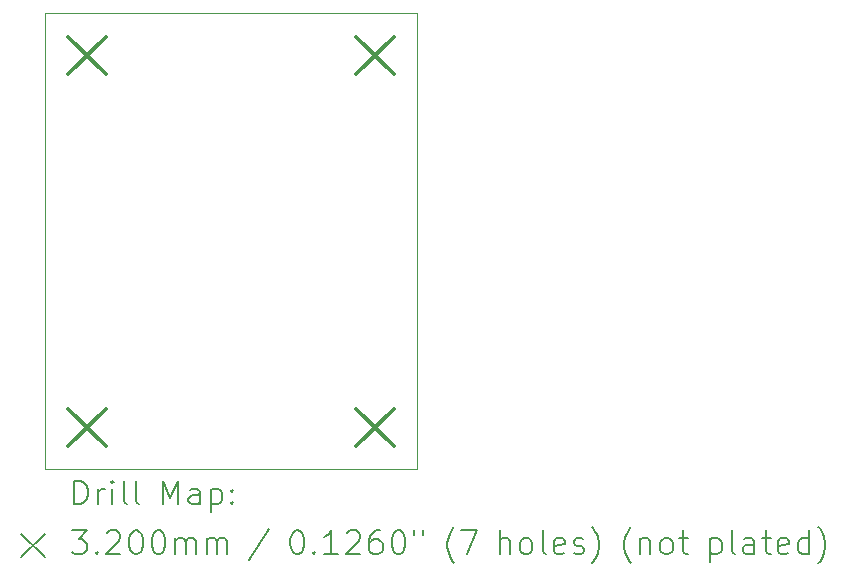
<source format=gbr>
%TF.GenerationSoftware,KiCad,Pcbnew,(7.0.0)*%
%TF.CreationDate,2023-10-26T14:35:31-04:00*%
%TF.ProjectId,RibbonBreakout,52696262-6f6e-4427-9265-616b6f75742e,rev?*%
%TF.SameCoordinates,Original*%
%TF.FileFunction,Drillmap*%
%TF.FilePolarity,Positive*%
%FSLAX45Y45*%
G04 Gerber Fmt 4.5, Leading zero omitted, Abs format (unit mm)*
G04 Created by KiCad (PCBNEW (7.0.0)) date 2023-10-26 14:35:31*
%MOMM*%
%LPD*%
G01*
G04 APERTURE LIST*
%ADD10C,0.050000*%
%ADD11C,0.200000*%
%ADD12C,0.320000*%
G04 APERTURE END LIST*
D10*
X13411200Y-7645400D02*
X16560800Y-7645400D01*
X16560800Y-7645400D02*
X16560800Y-11506200D01*
X16560800Y-11506200D02*
X13411200Y-11506200D01*
X13411200Y-11506200D02*
X13411200Y-7645400D01*
D11*
D12*
X13606800Y-7841000D02*
X13926800Y-8161000D01*
X13926800Y-7841000D02*
X13606800Y-8161000D01*
X13606800Y-10990600D02*
X13926800Y-11310600D01*
X13926800Y-10990600D02*
X13606800Y-11310600D01*
X13606800Y-10990600D02*
X13926800Y-11310600D01*
X13926800Y-10990600D02*
X13606800Y-11310600D01*
X16045200Y-7841000D02*
X16365200Y-8161000D01*
X16365200Y-7841000D02*
X16045200Y-8161000D01*
X16045200Y-7841000D02*
X16365200Y-8161000D01*
X16365200Y-7841000D02*
X16045200Y-8161000D01*
X16045200Y-10990600D02*
X16365200Y-11310600D01*
X16365200Y-10990600D02*
X16045200Y-11310600D01*
X16045200Y-10990600D02*
X16365200Y-11310600D01*
X16365200Y-10990600D02*
X16045200Y-11310600D01*
D11*
X13656319Y-11802176D02*
X13656319Y-11602176D01*
X13656319Y-11602176D02*
X13703938Y-11602176D01*
X13703938Y-11602176D02*
X13732509Y-11611700D01*
X13732509Y-11611700D02*
X13751557Y-11630748D01*
X13751557Y-11630748D02*
X13761081Y-11649795D01*
X13761081Y-11649795D02*
X13770605Y-11687890D01*
X13770605Y-11687890D02*
X13770605Y-11716462D01*
X13770605Y-11716462D02*
X13761081Y-11754557D01*
X13761081Y-11754557D02*
X13751557Y-11773605D01*
X13751557Y-11773605D02*
X13732509Y-11792652D01*
X13732509Y-11792652D02*
X13703938Y-11802176D01*
X13703938Y-11802176D02*
X13656319Y-11802176D01*
X13856319Y-11802176D02*
X13856319Y-11668843D01*
X13856319Y-11706938D02*
X13865843Y-11687890D01*
X13865843Y-11687890D02*
X13875367Y-11678367D01*
X13875367Y-11678367D02*
X13894414Y-11668843D01*
X13894414Y-11668843D02*
X13913462Y-11668843D01*
X13980128Y-11802176D02*
X13980128Y-11668843D01*
X13980128Y-11602176D02*
X13970605Y-11611700D01*
X13970605Y-11611700D02*
X13980128Y-11621224D01*
X13980128Y-11621224D02*
X13989652Y-11611700D01*
X13989652Y-11611700D02*
X13980128Y-11602176D01*
X13980128Y-11602176D02*
X13980128Y-11621224D01*
X14103938Y-11802176D02*
X14084890Y-11792652D01*
X14084890Y-11792652D02*
X14075367Y-11773605D01*
X14075367Y-11773605D02*
X14075367Y-11602176D01*
X14208700Y-11802176D02*
X14189652Y-11792652D01*
X14189652Y-11792652D02*
X14180128Y-11773605D01*
X14180128Y-11773605D02*
X14180128Y-11602176D01*
X14404890Y-11802176D02*
X14404890Y-11602176D01*
X14404890Y-11602176D02*
X14471557Y-11745033D01*
X14471557Y-11745033D02*
X14538224Y-11602176D01*
X14538224Y-11602176D02*
X14538224Y-11802176D01*
X14719176Y-11802176D02*
X14719176Y-11697414D01*
X14719176Y-11697414D02*
X14709652Y-11678367D01*
X14709652Y-11678367D02*
X14690605Y-11668843D01*
X14690605Y-11668843D02*
X14652509Y-11668843D01*
X14652509Y-11668843D02*
X14633462Y-11678367D01*
X14719176Y-11792652D02*
X14700128Y-11802176D01*
X14700128Y-11802176D02*
X14652509Y-11802176D01*
X14652509Y-11802176D02*
X14633462Y-11792652D01*
X14633462Y-11792652D02*
X14623938Y-11773605D01*
X14623938Y-11773605D02*
X14623938Y-11754557D01*
X14623938Y-11754557D02*
X14633462Y-11735509D01*
X14633462Y-11735509D02*
X14652509Y-11725986D01*
X14652509Y-11725986D02*
X14700128Y-11725986D01*
X14700128Y-11725986D02*
X14719176Y-11716462D01*
X14814414Y-11668843D02*
X14814414Y-11868843D01*
X14814414Y-11678367D02*
X14833462Y-11668843D01*
X14833462Y-11668843D02*
X14871557Y-11668843D01*
X14871557Y-11668843D02*
X14890605Y-11678367D01*
X14890605Y-11678367D02*
X14900128Y-11687890D01*
X14900128Y-11687890D02*
X14909652Y-11706938D01*
X14909652Y-11706938D02*
X14909652Y-11764081D01*
X14909652Y-11764081D02*
X14900128Y-11783128D01*
X14900128Y-11783128D02*
X14890605Y-11792652D01*
X14890605Y-11792652D02*
X14871557Y-11802176D01*
X14871557Y-11802176D02*
X14833462Y-11802176D01*
X14833462Y-11802176D02*
X14814414Y-11792652D01*
X14995367Y-11783128D02*
X15004890Y-11792652D01*
X15004890Y-11792652D02*
X14995367Y-11802176D01*
X14995367Y-11802176D02*
X14985843Y-11792652D01*
X14985843Y-11792652D02*
X14995367Y-11783128D01*
X14995367Y-11783128D02*
X14995367Y-11802176D01*
X14995367Y-11678367D02*
X15004890Y-11687890D01*
X15004890Y-11687890D02*
X14995367Y-11697414D01*
X14995367Y-11697414D02*
X14985843Y-11687890D01*
X14985843Y-11687890D02*
X14995367Y-11678367D01*
X14995367Y-11678367D02*
X14995367Y-11697414D01*
X13208700Y-12048700D02*
X13408700Y-12248700D01*
X13408700Y-12048700D02*
X13208700Y-12248700D01*
X13637271Y-12022176D02*
X13761081Y-12022176D01*
X13761081Y-12022176D02*
X13694414Y-12098367D01*
X13694414Y-12098367D02*
X13722986Y-12098367D01*
X13722986Y-12098367D02*
X13742033Y-12107890D01*
X13742033Y-12107890D02*
X13751557Y-12117414D01*
X13751557Y-12117414D02*
X13761081Y-12136462D01*
X13761081Y-12136462D02*
X13761081Y-12184081D01*
X13761081Y-12184081D02*
X13751557Y-12203128D01*
X13751557Y-12203128D02*
X13742033Y-12212652D01*
X13742033Y-12212652D02*
X13722986Y-12222176D01*
X13722986Y-12222176D02*
X13665843Y-12222176D01*
X13665843Y-12222176D02*
X13646795Y-12212652D01*
X13646795Y-12212652D02*
X13637271Y-12203128D01*
X13846795Y-12203128D02*
X13856319Y-12212652D01*
X13856319Y-12212652D02*
X13846795Y-12222176D01*
X13846795Y-12222176D02*
X13837271Y-12212652D01*
X13837271Y-12212652D02*
X13846795Y-12203128D01*
X13846795Y-12203128D02*
X13846795Y-12222176D01*
X13932509Y-12041224D02*
X13942033Y-12031700D01*
X13942033Y-12031700D02*
X13961081Y-12022176D01*
X13961081Y-12022176D02*
X14008700Y-12022176D01*
X14008700Y-12022176D02*
X14027748Y-12031700D01*
X14027748Y-12031700D02*
X14037271Y-12041224D01*
X14037271Y-12041224D02*
X14046795Y-12060271D01*
X14046795Y-12060271D02*
X14046795Y-12079319D01*
X14046795Y-12079319D02*
X14037271Y-12107890D01*
X14037271Y-12107890D02*
X13922986Y-12222176D01*
X13922986Y-12222176D02*
X14046795Y-12222176D01*
X14170605Y-12022176D02*
X14189652Y-12022176D01*
X14189652Y-12022176D02*
X14208700Y-12031700D01*
X14208700Y-12031700D02*
X14218224Y-12041224D01*
X14218224Y-12041224D02*
X14227748Y-12060271D01*
X14227748Y-12060271D02*
X14237271Y-12098367D01*
X14237271Y-12098367D02*
X14237271Y-12145986D01*
X14237271Y-12145986D02*
X14227748Y-12184081D01*
X14227748Y-12184081D02*
X14218224Y-12203128D01*
X14218224Y-12203128D02*
X14208700Y-12212652D01*
X14208700Y-12212652D02*
X14189652Y-12222176D01*
X14189652Y-12222176D02*
X14170605Y-12222176D01*
X14170605Y-12222176D02*
X14151557Y-12212652D01*
X14151557Y-12212652D02*
X14142033Y-12203128D01*
X14142033Y-12203128D02*
X14132509Y-12184081D01*
X14132509Y-12184081D02*
X14122986Y-12145986D01*
X14122986Y-12145986D02*
X14122986Y-12098367D01*
X14122986Y-12098367D02*
X14132509Y-12060271D01*
X14132509Y-12060271D02*
X14142033Y-12041224D01*
X14142033Y-12041224D02*
X14151557Y-12031700D01*
X14151557Y-12031700D02*
X14170605Y-12022176D01*
X14361081Y-12022176D02*
X14380129Y-12022176D01*
X14380129Y-12022176D02*
X14399176Y-12031700D01*
X14399176Y-12031700D02*
X14408700Y-12041224D01*
X14408700Y-12041224D02*
X14418224Y-12060271D01*
X14418224Y-12060271D02*
X14427748Y-12098367D01*
X14427748Y-12098367D02*
X14427748Y-12145986D01*
X14427748Y-12145986D02*
X14418224Y-12184081D01*
X14418224Y-12184081D02*
X14408700Y-12203128D01*
X14408700Y-12203128D02*
X14399176Y-12212652D01*
X14399176Y-12212652D02*
X14380129Y-12222176D01*
X14380129Y-12222176D02*
X14361081Y-12222176D01*
X14361081Y-12222176D02*
X14342033Y-12212652D01*
X14342033Y-12212652D02*
X14332509Y-12203128D01*
X14332509Y-12203128D02*
X14322986Y-12184081D01*
X14322986Y-12184081D02*
X14313462Y-12145986D01*
X14313462Y-12145986D02*
X14313462Y-12098367D01*
X14313462Y-12098367D02*
X14322986Y-12060271D01*
X14322986Y-12060271D02*
X14332509Y-12041224D01*
X14332509Y-12041224D02*
X14342033Y-12031700D01*
X14342033Y-12031700D02*
X14361081Y-12022176D01*
X14513462Y-12222176D02*
X14513462Y-12088843D01*
X14513462Y-12107890D02*
X14522986Y-12098367D01*
X14522986Y-12098367D02*
X14542033Y-12088843D01*
X14542033Y-12088843D02*
X14570605Y-12088843D01*
X14570605Y-12088843D02*
X14589652Y-12098367D01*
X14589652Y-12098367D02*
X14599176Y-12117414D01*
X14599176Y-12117414D02*
X14599176Y-12222176D01*
X14599176Y-12117414D02*
X14608700Y-12098367D01*
X14608700Y-12098367D02*
X14627748Y-12088843D01*
X14627748Y-12088843D02*
X14656319Y-12088843D01*
X14656319Y-12088843D02*
X14675367Y-12098367D01*
X14675367Y-12098367D02*
X14684890Y-12117414D01*
X14684890Y-12117414D02*
X14684890Y-12222176D01*
X14780129Y-12222176D02*
X14780129Y-12088843D01*
X14780129Y-12107890D02*
X14789652Y-12098367D01*
X14789652Y-12098367D02*
X14808700Y-12088843D01*
X14808700Y-12088843D02*
X14837271Y-12088843D01*
X14837271Y-12088843D02*
X14856319Y-12098367D01*
X14856319Y-12098367D02*
X14865843Y-12117414D01*
X14865843Y-12117414D02*
X14865843Y-12222176D01*
X14865843Y-12117414D02*
X14875367Y-12098367D01*
X14875367Y-12098367D02*
X14894414Y-12088843D01*
X14894414Y-12088843D02*
X14922986Y-12088843D01*
X14922986Y-12088843D02*
X14942033Y-12098367D01*
X14942033Y-12098367D02*
X14951557Y-12117414D01*
X14951557Y-12117414D02*
X14951557Y-12222176D01*
X15309652Y-12012652D02*
X15138224Y-12269795D01*
X15534414Y-12022176D02*
X15553462Y-12022176D01*
X15553462Y-12022176D02*
X15572510Y-12031700D01*
X15572510Y-12031700D02*
X15582033Y-12041224D01*
X15582033Y-12041224D02*
X15591557Y-12060271D01*
X15591557Y-12060271D02*
X15601081Y-12098367D01*
X15601081Y-12098367D02*
X15601081Y-12145986D01*
X15601081Y-12145986D02*
X15591557Y-12184081D01*
X15591557Y-12184081D02*
X15582033Y-12203128D01*
X15582033Y-12203128D02*
X15572510Y-12212652D01*
X15572510Y-12212652D02*
X15553462Y-12222176D01*
X15553462Y-12222176D02*
X15534414Y-12222176D01*
X15534414Y-12222176D02*
X15515367Y-12212652D01*
X15515367Y-12212652D02*
X15505843Y-12203128D01*
X15505843Y-12203128D02*
X15496319Y-12184081D01*
X15496319Y-12184081D02*
X15486795Y-12145986D01*
X15486795Y-12145986D02*
X15486795Y-12098367D01*
X15486795Y-12098367D02*
X15496319Y-12060271D01*
X15496319Y-12060271D02*
X15505843Y-12041224D01*
X15505843Y-12041224D02*
X15515367Y-12031700D01*
X15515367Y-12031700D02*
X15534414Y-12022176D01*
X15686795Y-12203128D02*
X15696319Y-12212652D01*
X15696319Y-12212652D02*
X15686795Y-12222176D01*
X15686795Y-12222176D02*
X15677271Y-12212652D01*
X15677271Y-12212652D02*
X15686795Y-12203128D01*
X15686795Y-12203128D02*
X15686795Y-12222176D01*
X15886795Y-12222176D02*
X15772510Y-12222176D01*
X15829652Y-12222176D02*
X15829652Y-12022176D01*
X15829652Y-12022176D02*
X15810605Y-12050748D01*
X15810605Y-12050748D02*
X15791557Y-12069795D01*
X15791557Y-12069795D02*
X15772510Y-12079319D01*
X15962986Y-12041224D02*
X15972510Y-12031700D01*
X15972510Y-12031700D02*
X15991557Y-12022176D01*
X15991557Y-12022176D02*
X16039176Y-12022176D01*
X16039176Y-12022176D02*
X16058224Y-12031700D01*
X16058224Y-12031700D02*
X16067748Y-12041224D01*
X16067748Y-12041224D02*
X16077271Y-12060271D01*
X16077271Y-12060271D02*
X16077271Y-12079319D01*
X16077271Y-12079319D02*
X16067748Y-12107890D01*
X16067748Y-12107890D02*
X15953462Y-12222176D01*
X15953462Y-12222176D02*
X16077271Y-12222176D01*
X16248700Y-12022176D02*
X16210605Y-12022176D01*
X16210605Y-12022176D02*
X16191557Y-12031700D01*
X16191557Y-12031700D02*
X16182033Y-12041224D01*
X16182033Y-12041224D02*
X16162986Y-12069795D01*
X16162986Y-12069795D02*
X16153462Y-12107890D01*
X16153462Y-12107890D02*
X16153462Y-12184081D01*
X16153462Y-12184081D02*
X16162986Y-12203128D01*
X16162986Y-12203128D02*
X16172510Y-12212652D01*
X16172510Y-12212652D02*
X16191557Y-12222176D01*
X16191557Y-12222176D02*
X16229652Y-12222176D01*
X16229652Y-12222176D02*
X16248700Y-12212652D01*
X16248700Y-12212652D02*
X16258224Y-12203128D01*
X16258224Y-12203128D02*
X16267748Y-12184081D01*
X16267748Y-12184081D02*
X16267748Y-12136462D01*
X16267748Y-12136462D02*
X16258224Y-12117414D01*
X16258224Y-12117414D02*
X16248700Y-12107890D01*
X16248700Y-12107890D02*
X16229652Y-12098367D01*
X16229652Y-12098367D02*
X16191557Y-12098367D01*
X16191557Y-12098367D02*
X16172510Y-12107890D01*
X16172510Y-12107890D02*
X16162986Y-12117414D01*
X16162986Y-12117414D02*
X16153462Y-12136462D01*
X16391557Y-12022176D02*
X16410605Y-12022176D01*
X16410605Y-12022176D02*
X16429652Y-12031700D01*
X16429652Y-12031700D02*
X16439176Y-12041224D01*
X16439176Y-12041224D02*
X16448700Y-12060271D01*
X16448700Y-12060271D02*
X16458224Y-12098367D01*
X16458224Y-12098367D02*
X16458224Y-12145986D01*
X16458224Y-12145986D02*
X16448700Y-12184081D01*
X16448700Y-12184081D02*
X16439176Y-12203128D01*
X16439176Y-12203128D02*
X16429652Y-12212652D01*
X16429652Y-12212652D02*
X16410605Y-12222176D01*
X16410605Y-12222176D02*
X16391557Y-12222176D01*
X16391557Y-12222176D02*
X16372510Y-12212652D01*
X16372510Y-12212652D02*
X16362986Y-12203128D01*
X16362986Y-12203128D02*
X16353462Y-12184081D01*
X16353462Y-12184081D02*
X16343938Y-12145986D01*
X16343938Y-12145986D02*
X16343938Y-12098367D01*
X16343938Y-12098367D02*
X16353462Y-12060271D01*
X16353462Y-12060271D02*
X16362986Y-12041224D01*
X16362986Y-12041224D02*
X16372510Y-12031700D01*
X16372510Y-12031700D02*
X16391557Y-12022176D01*
X16534414Y-12022176D02*
X16534414Y-12060271D01*
X16610605Y-12022176D02*
X16610605Y-12060271D01*
X16873462Y-12298367D02*
X16863938Y-12288843D01*
X16863938Y-12288843D02*
X16844891Y-12260271D01*
X16844891Y-12260271D02*
X16835367Y-12241224D01*
X16835367Y-12241224D02*
X16825843Y-12212652D01*
X16825843Y-12212652D02*
X16816319Y-12165033D01*
X16816319Y-12165033D02*
X16816319Y-12126938D01*
X16816319Y-12126938D02*
X16825843Y-12079319D01*
X16825843Y-12079319D02*
X16835367Y-12050748D01*
X16835367Y-12050748D02*
X16844891Y-12031700D01*
X16844891Y-12031700D02*
X16863938Y-12003128D01*
X16863938Y-12003128D02*
X16873462Y-11993605D01*
X16930605Y-12022176D02*
X17063938Y-12022176D01*
X17063938Y-12022176D02*
X16978224Y-12222176D01*
X17260129Y-12222176D02*
X17260129Y-12022176D01*
X17345843Y-12222176D02*
X17345843Y-12117414D01*
X17345843Y-12117414D02*
X17336319Y-12098367D01*
X17336319Y-12098367D02*
X17317272Y-12088843D01*
X17317272Y-12088843D02*
X17288700Y-12088843D01*
X17288700Y-12088843D02*
X17269653Y-12098367D01*
X17269653Y-12098367D02*
X17260129Y-12107890D01*
X17469653Y-12222176D02*
X17450605Y-12212652D01*
X17450605Y-12212652D02*
X17441081Y-12203128D01*
X17441081Y-12203128D02*
X17431557Y-12184081D01*
X17431557Y-12184081D02*
X17431557Y-12126938D01*
X17431557Y-12126938D02*
X17441081Y-12107890D01*
X17441081Y-12107890D02*
X17450605Y-12098367D01*
X17450605Y-12098367D02*
X17469653Y-12088843D01*
X17469653Y-12088843D02*
X17498224Y-12088843D01*
X17498224Y-12088843D02*
X17517272Y-12098367D01*
X17517272Y-12098367D02*
X17526795Y-12107890D01*
X17526795Y-12107890D02*
X17536319Y-12126938D01*
X17536319Y-12126938D02*
X17536319Y-12184081D01*
X17536319Y-12184081D02*
X17526795Y-12203128D01*
X17526795Y-12203128D02*
X17517272Y-12212652D01*
X17517272Y-12212652D02*
X17498224Y-12222176D01*
X17498224Y-12222176D02*
X17469653Y-12222176D01*
X17650605Y-12222176D02*
X17631557Y-12212652D01*
X17631557Y-12212652D02*
X17622034Y-12193605D01*
X17622034Y-12193605D02*
X17622034Y-12022176D01*
X17802986Y-12212652D02*
X17783938Y-12222176D01*
X17783938Y-12222176D02*
X17745843Y-12222176D01*
X17745843Y-12222176D02*
X17726795Y-12212652D01*
X17726795Y-12212652D02*
X17717272Y-12193605D01*
X17717272Y-12193605D02*
X17717272Y-12117414D01*
X17717272Y-12117414D02*
X17726795Y-12098367D01*
X17726795Y-12098367D02*
X17745843Y-12088843D01*
X17745843Y-12088843D02*
X17783938Y-12088843D01*
X17783938Y-12088843D02*
X17802986Y-12098367D01*
X17802986Y-12098367D02*
X17812510Y-12117414D01*
X17812510Y-12117414D02*
X17812510Y-12136462D01*
X17812510Y-12136462D02*
X17717272Y-12155509D01*
X17888700Y-12212652D02*
X17907748Y-12222176D01*
X17907748Y-12222176D02*
X17945843Y-12222176D01*
X17945843Y-12222176D02*
X17964891Y-12212652D01*
X17964891Y-12212652D02*
X17974415Y-12193605D01*
X17974415Y-12193605D02*
X17974415Y-12184081D01*
X17974415Y-12184081D02*
X17964891Y-12165033D01*
X17964891Y-12165033D02*
X17945843Y-12155509D01*
X17945843Y-12155509D02*
X17917272Y-12155509D01*
X17917272Y-12155509D02*
X17898224Y-12145986D01*
X17898224Y-12145986D02*
X17888700Y-12126938D01*
X17888700Y-12126938D02*
X17888700Y-12117414D01*
X17888700Y-12117414D02*
X17898224Y-12098367D01*
X17898224Y-12098367D02*
X17917272Y-12088843D01*
X17917272Y-12088843D02*
X17945843Y-12088843D01*
X17945843Y-12088843D02*
X17964891Y-12098367D01*
X18041081Y-12298367D02*
X18050605Y-12288843D01*
X18050605Y-12288843D02*
X18069653Y-12260271D01*
X18069653Y-12260271D02*
X18079176Y-12241224D01*
X18079176Y-12241224D02*
X18088700Y-12212652D01*
X18088700Y-12212652D02*
X18098224Y-12165033D01*
X18098224Y-12165033D02*
X18098224Y-12126938D01*
X18098224Y-12126938D02*
X18088700Y-12079319D01*
X18088700Y-12079319D02*
X18079176Y-12050748D01*
X18079176Y-12050748D02*
X18069653Y-12031700D01*
X18069653Y-12031700D02*
X18050605Y-12003128D01*
X18050605Y-12003128D02*
X18041081Y-11993605D01*
X18370605Y-12298367D02*
X18361081Y-12288843D01*
X18361081Y-12288843D02*
X18342034Y-12260271D01*
X18342034Y-12260271D02*
X18332510Y-12241224D01*
X18332510Y-12241224D02*
X18322986Y-12212652D01*
X18322986Y-12212652D02*
X18313462Y-12165033D01*
X18313462Y-12165033D02*
X18313462Y-12126938D01*
X18313462Y-12126938D02*
X18322986Y-12079319D01*
X18322986Y-12079319D02*
X18332510Y-12050748D01*
X18332510Y-12050748D02*
X18342034Y-12031700D01*
X18342034Y-12031700D02*
X18361081Y-12003128D01*
X18361081Y-12003128D02*
X18370605Y-11993605D01*
X18446795Y-12088843D02*
X18446795Y-12222176D01*
X18446795Y-12107890D02*
X18456319Y-12098367D01*
X18456319Y-12098367D02*
X18475367Y-12088843D01*
X18475367Y-12088843D02*
X18503938Y-12088843D01*
X18503938Y-12088843D02*
X18522986Y-12098367D01*
X18522986Y-12098367D02*
X18532510Y-12117414D01*
X18532510Y-12117414D02*
X18532510Y-12222176D01*
X18656319Y-12222176D02*
X18637272Y-12212652D01*
X18637272Y-12212652D02*
X18627748Y-12203128D01*
X18627748Y-12203128D02*
X18618224Y-12184081D01*
X18618224Y-12184081D02*
X18618224Y-12126938D01*
X18618224Y-12126938D02*
X18627748Y-12107890D01*
X18627748Y-12107890D02*
X18637272Y-12098367D01*
X18637272Y-12098367D02*
X18656319Y-12088843D01*
X18656319Y-12088843D02*
X18684891Y-12088843D01*
X18684891Y-12088843D02*
X18703938Y-12098367D01*
X18703938Y-12098367D02*
X18713462Y-12107890D01*
X18713462Y-12107890D02*
X18722986Y-12126938D01*
X18722986Y-12126938D02*
X18722986Y-12184081D01*
X18722986Y-12184081D02*
X18713462Y-12203128D01*
X18713462Y-12203128D02*
X18703938Y-12212652D01*
X18703938Y-12212652D02*
X18684891Y-12222176D01*
X18684891Y-12222176D02*
X18656319Y-12222176D01*
X18780129Y-12088843D02*
X18856319Y-12088843D01*
X18808700Y-12022176D02*
X18808700Y-12193605D01*
X18808700Y-12193605D02*
X18818224Y-12212652D01*
X18818224Y-12212652D02*
X18837272Y-12222176D01*
X18837272Y-12222176D02*
X18856319Y-12222176D01*
X19042986Y-12088843D02*
X19042986Y-12288843D01*
X19042986Y-12098367D02*
X19062034Y-12088843D01*
X19062034Y-12088843D02*
X19100129Y-12088843D01*
X19100129Y-12088843D02*
X19119176Y-12098367D01*
X19119176Y-12098367D02*
X19128700Y-12107890D01*
X19128700Y-12107890D02*
X19138224Y-12126938D01*
X19138224Y-12126938D02*
X19138224Y-12184081D01*
X19138224Y-12184081D02*
X19128700Y-12203128D01*
X19128700Y-12203128D02*
X19119176Y-12212652D01*
X19119176Y-12212652D02*
X19100129Y-12222176D01*
X19100129Y-12222176D02*
X19062034Y-12222176D01*
X19062034Y-12222176D02*
X19042986Y-12212652D01*
X19252510Y-12222176D02*
X19233462Y-12212652D01*
X19233462Y-12212652D02*
X19223938Y-12193605D01*
X19223938Y-12193605D02*
X19223938Y-12022176D01*
X19414415Y-12222176D02*
X19414415Y-12117414D01*
X19414415Y-12117414D02*
X19404891Y-12098367D01*
X19404891Y-12098367D02*
X19385843Y-12088843D01*
X19385843Y-12088843D02*
X19347748Y-12088843D01*
X19347748Y-12088843D02*
X19328700Y-12098367D01*
X19414415Y-12212652D02*
X19395367Y-12222176D01*
X19395367Y-12222176D02*
X19347748Y-12222176D01*
X19347748Y-12222176D02*
X19328700Y-12212652D01*
X19328700Y-12212652D02*
X19319176Y-12193605D01*
X19319176Y-12193605D02*
X19319176Y-12174557D01*
X19319176Y-12174557D02*
X19328700Y-12155509D01*
X19328700Y-12155509D02*
X19347748Y-12145986D01*
X19347748Y-12145986D02*
X19395367Y-12145986D01*
X19395367Y-12145986D02*
X19414415Y-12136462D01*
X19481081Y-12088843D02*
X19557272Y-12088843D01*
X19509653Y-12022176D02*
X19509653Y-12193605D01*
X19509653Y-12193605D02*
X19519176Y-12212652D01*
X19519176Y-12212652D02*
X19538224Y-12222176D01*
X19538224Y-12222176D02*
X19557272Y-12222176D01*
X19700129Y-12212652D02*
X19681081Y-12222176D01*
X19681081Y-12222176D02*
X19642986Y-12222176D01*
X19642986Y-12222176D02*
X19623938Y-12212652D01*
X19623938Y-12212652D02*
X19614415Y-12193605D01*
X19614415Y-12193605D02*
X19614415Y-12117414D01*
X19614415Y-12117414D02*
X19623938Y-12098367D01*
X19623938Y-12098367D02*
X19642986Y-12088843D01*
X19642986Y-12088843D02*
X19681081Y-12088843D01*
X19681081Y-12088843D02*
X19700129Y-12098367D01*
X19700129Y-12098367D02*
X19709653Y-12117414D01*
X19709653Y-12117414D02*
X19709653Y-12136462D01*
X19709653Y-12136462D02*
X19614415Y-12155509D01*
X19881081Y-12222176D02*
X19881081Y-12022176D01*
X19881081Y-12212652D02*
X19862034Y-12222176D01*
X19862034Y-12222176D02*
X19823938Y-12222176D01*
X19823938Y-12222176D02*
X19804891Y-12212652D01*
X19804891Y-12212652D02*
X19795367Y-12203128D01*
X19795367Y-12203128D02*
X19785843Y-12184081D01*
X19785843Y-12184081D02*
X19785843Y-12126938D01*
X19785843Y-12126938D02*
X19795367Y-12107890D01*
X19795367Y-12107890D02*
X19804891Y-12098367D01*
X19804891Y-12098367D02*
X19823938Y-12088843D01*
X19823938Y-12088843D02*
X19862034Y-12088843D01*
X19862034Y-12088843D02*
X19881081Y-12098367D01*
X19957272Y-12298367D02*
X19966796Y-12288843D01*
X19966796Y-12288843D02*
X19985843Y-12260271D01*
X19985843Y-12260271D02*
X19995367Y-12241224D01*
X19995367Y-12241224D02*
X20004891Y-12212652D01*
X20004891Y-12212652D02*
X20014415Y-12165033D01*
X20014415Y-12165033D02*
X20014415Y-12126938D01*
X20014415Y-12126938D02*
X20004891Y-12079319D01*
X20004891Y-12079319D02*
X19995367Y-12050748D01*
X19995367Y-12050748D02*
X19985843Y-12031700D01*
X19985843Y-12031700D02*
X19966796Y-12003128D01*
X19966796Y-12003128D02*
X19957272Y-11993605D01*
M02*

</source>
